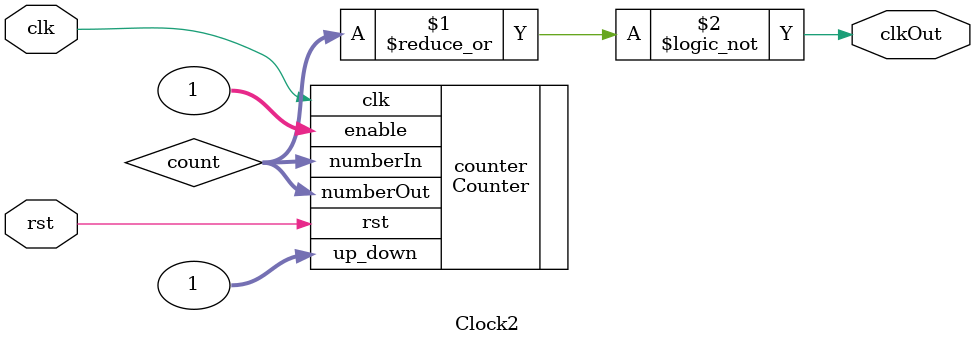
<source format=v>
module Clock2 (
    input wire clk,  // clock
    input wire rst,
    output wire clkOut
  );
  parameter BOARD_CLOCK_FREQUENCY_IN_HZ = 100_000_000;
  parameter OUTPUT_CLOCK_PERIOD_IN_SECONDS = 1;
  
  
  // localparams cannot be defined/depend on other local params. division is still ok.
  
//  localparam OUTPUT_CLOCK_FREQUENCY_IN_HZ = 1/OUTPUT_CLOCK_PERIOD_IN_SECONDS;
//   localparam MAX_COUNT = BOARD_CLOCK_FREQUENCY_IN_HZ / OUTPUT_CLOCK_FREQUENCY_IN_HZ;

  localparam MAX_COUNT = BOARD_CLOCK_FREQUENCY_IN_HZ * OUTPUT_CLOCK_PERIOD_IN_SECONDS;
  
  
  // 10111 11010 11110 00010 00000 00 //27 bit
  wire [63:0] count;
  
  assign clkOut = ~|count;
  
  Counter #(.BASE(MAX_COUNT), .NUMBER_OF_BITS(64)) counter( .clk(clk),
                                                            .rst(rst),
                                                            .enable(1),
                                                            .up_down(1),
                                                            .numberIn(count),
                                                            .numberOut(count)
                                                          );
  
  
endmodule

</source>
